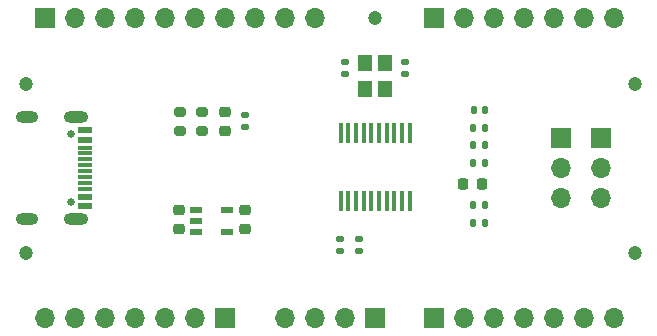
<source format=gts>
%TF.GenerationSoftware,KiCad,Pcbnew,7.0.10*%
%TF.CreationDate,2024-02-01T10:42:45+08:00*%
%TF.ProjectId,UINIO-USB-Serial,55494e49-4f2d-4555-9342-2d5365726961,Version 1.0.0*%
%TF.SameCoordinates,PX7ba4d50PY51e45b0*%
%TF.FileFunction,Soldermask,Top*%
%TF.FilePolarity,Negative*%
%FSLAX46Y46*%
G04 Gerber Fmt 4.6, Leading zero omitted, Abs format (unit mm)*
G04 Created by KiCad (PCBNEW 7.0.10) date 2024-02-01 10:42:45*
%MOMM*%
%LPD*%
G01*
G04 APERTURE LIST*
G04 Aperture macros list*
%AMRoundRect*
0 Rectangle with rounded corners*
0 $1 Rounding radius*
0 $2 $3 $4 $5 $6 $7 $8 $9 X,Y pos of 4 corners*
0 Add a 4 corners polygon primitive as box body*
4,1,4,$2,$3,$4,$5,$6,$7,$8,$9,$2,$3,0*
0 Add four circle primitives for the rounded corners*
1,1,$1+$1,$2,$3*
1,1,$1+$1,$4,$5*
1,1,$1+$1,$6,$7*
1,1,$1+$1,$8,$9*
0 Add four rect primitives between the rounded corners*
20,1,$1+$1,$2,$3,$4,$5,0*
20,1,$1+$1,$4,$5,$6,$7,0*
20,1,$1+$1,$6,$7,$8,$9,0*
20,1,$1+$1,$8,$9,$2,$3,0*%
G04 Aperture macros list end*
%ADD10R,1.700000X1.700000*%
%ADD11O,1.700000X1.700000*%
%ADD12C,1.200000*%
%ADD13RoundRect,0.135000X0.135000X0.185000X-0.135000X0.185000X-0.135000X-0.185000X0.135000X-0.185000X0*%
%ADD14RoundRect,0.225000X0.250000X-0.225000X0.250000X0.225000X-0.250000X0.225000X-0.250000X-0.225000X0*%
%ADD15R,1.000000X0.600000*%
%ADD16RoundRect,0.140000X-0.170000X0.140000X-0.170000X-0.140000X0.170000X-0.140000X0.170000X0.140000X0*%
%ADD17C,0.650000*%
%ADD18O,2.100000X1.000000*%
%ADD19O,1.900000X1.000000*%
%ADD20R,1.150000X0.600000*%
%ADD21R,1.150000X0.300000*%
%ADD22O,0.364000X1.742000*%
%ADD23RoundRect,0.218750X0.218750X0.256250X-0.218750X0.256250X-0.218750X-0.256250X0.218750X-0.256250X0*%
%ADD24RoundRect,0.218750X-0.256250X0.218750X-0.256250X-0.218750X0.256250X-0.218750X0.256250X0.218750X0*%
%ADD25RoundRect,0.135000X-0.135000X-0.185000X0.135000X-0.185000X0.135000X0.185000X-0.135000X0.185000X0*%
%ADD26RoundRect,0.140000X-0.140000X-0.170000X0.140000X-0.170000X0.140000X0.170000X-0.140000X0.170000X0*%
%ADD27RoundRect,0.200000X0.275000X-0.200000X0.275000X0.200000X-0.275000X0.200000X-0.275000X-0.200000X0*%
%ADD28RoundRect,0.140000X0.170000X-0.140000X0.170000X0.140000X-0.170000X0.140000X-0.170000X-0.140000X0*%
%ADD29RoundRect,0.135000X-0.185000X0.135000X-0.185000X-0.135000X0.185000X-0.135000X0.185000X0.135000X0*%
%ADD30R,1.200000X1.400000*%
%ADD31RoundRect,0.135000X0.185000X-0.135000X0.185000X0.135000X-0.185000X0.135000X-0.185000X-0.135000X0*%
G04 APERTURE END LIST*
D10*
%TO.C,J2*%
X490000Y-1350000D03*
D11*
X3030000Y-1350000D03*
X5570000Y-1350000D03*
X8110000Y-1350000D03*
X10650000Y-1350000D03*
X13190000Y-1350000D03*
X15730000Y-1350000D03*
X18270000Y-1350000D03*
X20810000Y-1350000D03*
X23350000Y-1350000D03*
%TD*%
D10*
%TO.C,J6*%
X47559730Y-11545000D03*
D11*
X47559730Y-14085000D03*
X47559730Y-16625000D03*
%TD*%
D12*
%TO.C,HOLE\u002A\u002A*%
X-1100000Y-6930000D03*
%TD*%
D13*
%TO.C,R8*%
X37780000Y-17195000D03*
X36760000Y-17195000D03*
%TD*%
D10*
%TO.C,J3*%
X28415000Y-26750000D03*
D11*
X25875000Y-26750000D03*
X23335000Y-26750000D03*
X20795000Y-26750000D03*
%TD*%
D10*
%TO.C,J7*%
X15740000Y-26750000D03*
D11*
X13200000Y-26750000D03*
X10660000Y-26750000D03*
X8120000Y-26750000D03*
X5580000Y-26750000D03*
X3040000Y-26750000D03*
X500000Y-26750000D03*
%TD*%
D10*
%TO.C,J4*%
X33490000Y-1350000D03*
D11*
X36030000Y-1350000D03*
X38570000Y-1350000D03*
X41110000Y-1350000D03*
X43650000Y-1350000D03*
X46190000Y-1350000D03*
X48730000Y-1350000D03*
%TD*%
D14*
%TO.C,C5*%
X11855000Y-19190000D03*
X11855000Y-17640000D03*
%TD*%
D15*
%TO.C,U2*%
X13340000Y-17579000D03*
X13340000Y-18529000D03*
X13340000Y-19479000D03*
X15940000Y-19479000D03*
X15940000Y-17579000D03*
%TD*%
D16*
%TO.C,C4*%
X31000000Y-5110000D03*
X31000000Y-6070000D03*
%TD*%
D17*
%TO.C,USB1*%
X2680000Y-11180000D03*
X2680000Y-16960000D03*
D18*
X3180000Y-9745000D03*
X3180000Y-18395000D03*
D19*
X-1020000Y-9745000D03*
X-1020000Y-18395000D03*
D20*
X3942000Y-10870000D03*
X3942000Y-11670000D03*
D21*
X3942000Y-12820000D03*
X3942000Y-13820000D03*
X3942000Y-14320000D03*
X3942000Y-15320000D03*
D20*
X3942000Y-17270000D03*
X3942000Y-16470000D03*
D21*
X3942000Y-15820000D03*
X3942000Y-14820000D03*
X3942000Y-13320000D03*
X3942000Y-12320000D03*
%TD*%
D13*
%TO.C,R9*%
X37780000Y-18680000D03*
X36760000Y-18680000D03*
%TD*%
D22*
%TO.C,U1*%
X25536833Y-16862000D03*
X26186833Y-16862000D03*
X26836833Y-16862000D03*
X27486833Y-16862000D03*
X28136833Y-16862000D03*
X28786833Y-16862000D03*
X29436833Y-16862000D03*
X30086833Y-16862000D03*
X30736833Y-16862000D03*
X31386833Y-16862000D03*
X31386833Y-11120000D03*
X30736833Y-11120000D03*
X30086833Y-11120000D03*
X29436833Y-11120000D03*
X28786833Y-11120000D03*
X28136833Y-11120000D03*
X27486833Y-11120000D03*
X26836833Y-11120000D03*
X26186833Y-11120000D03*
X25536833Y-11120000D03*
%TD*%
D10*
%TO.C,J1*%
X33490000Y-26750000D03*
D11*
X36030000Y-26750000D03*
X38570000Y-26750000D03*
X41110000Y-26750000D03*
X43650000Y-26750000D03*
X46190000Y-26750000D03*
X48730000Y-26750000D03*
%TD*%
D23*
%TO.C,D1*%
X37507500Y-15410000D03*
X35932500Y-15410000D03*
%TD*%
D16*
%TO.C,C1*%
X25530000Y-20090000D03*
X25530000Y-21050000D03*
%TD*%
D13*
%TO.C,R4*%
X37780000Y-13625000D03*
X36760000Y-13625000D03*
%TD*%
D24*
%TO.C,D2*%
X15748332Y-9320000D03*
X15748332Y-10895000D03*
%TD*%
D25*
%TO.C,R6*%
X36760000Y-12140000D03*
X37780000Y-12140000D03*
%TD*%
D26*
%TO.C,C3*%
X36810000Y-9180000D03*
X37770000Y-9180000D03*
%TD*%
D10*
%TO.C,J5*%
X44200000Y-11545000D03*
D11*
X44200000Y-14085000D03*
X44200000Y-16625000D03*
%TD*%
D14*
%TO.C,C6*%
X17425000Y-19190000D03*
X17425000Y-17640000D03*
%TD*%
D25*
%TO.C,R7*%
X36760000Y-10655000D03*
X37780000Y-10655000D03*
%TD*%
D12*
%TO.C,HOLE\u002A\u002A*%
X50460000Y-21230000D03*
%TD*%
%TO.C,HOLE\u002A\u002A*%
X50460000Y-6930000D03*
%TD*%
%TO.C,HOLE\u002A\u002A*%
X-1090000Y-21230000D03*
%TD*%
D27*
%TO.C,R3*%
X13806666Y-10932500D03*
X13806666Y-9282500D03*
%TD*%
D28*
%TO.C,C2*%
X25880000Y-6070000D03*
X25880000Y-5110000D03*
%TD*%
D29*
%TO.C,R5*%
X17430000Y-9577500D03*
X17430000Y-10597500D03*
%TD*%
D30*
%TO.C,Y1*%
X27590000Y-5180000D03*
X27590000Y-7380000D03*
X29290000Y-7380000D03*
X29290000Y-5180000D03*
%TD*%
D12*
%TO.C,HOLE\u002A\u002A*%
X28415000Y-1350000D03*
%TD*%
D27*
%TO.C,R2*%
X11905000Y-10932500D03*
X11905000Y-9282500D03*
%TD*%
D31*
%TO.C,R1*%
X27120000Y-21090000D03*
X27120000Y-20070000D03*
%TD*%
M02*

</source>
